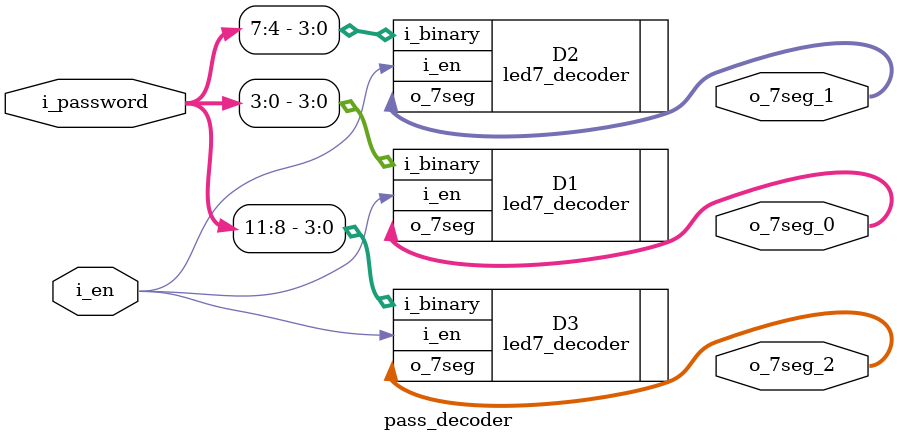
<source format=v>
module pass_decoder(
    i_password,
    i_en,
    o_7seg_0,
    o_7seg_1,
    o_7seg_2
);

    input [11:0] i_password;      // 12-bit input signal for the password
    input i_en;                   // Input signal for enable

    output [6:0] o_7seg_0;        // 7-segment display output for the first digit
    output [6:0] o_7seg_1;        // 7-segment display output for the second digit
    output [6:0] o_7seg_2;        // 7-segment display output for the third digit

    // Instantiate three instances of the led7_decoder module
    led7_decoder D1(
        .i_en(i_en),
        .i_binary(i_password[3:0]),
        .o_7seg(o_7seg_0)
    );
    led7_decoder D2(
        .i_en(i_en),
        .i_binary(i_password[7:4]),
        .o_7seg(o_7seg_1)
    );
    led7_decoder D3(
        .i_en(i_en),
        .i_binary(i_password[11:8]),
        .o_7seg(o_7seg_2)
    );

endmodule

</source>
